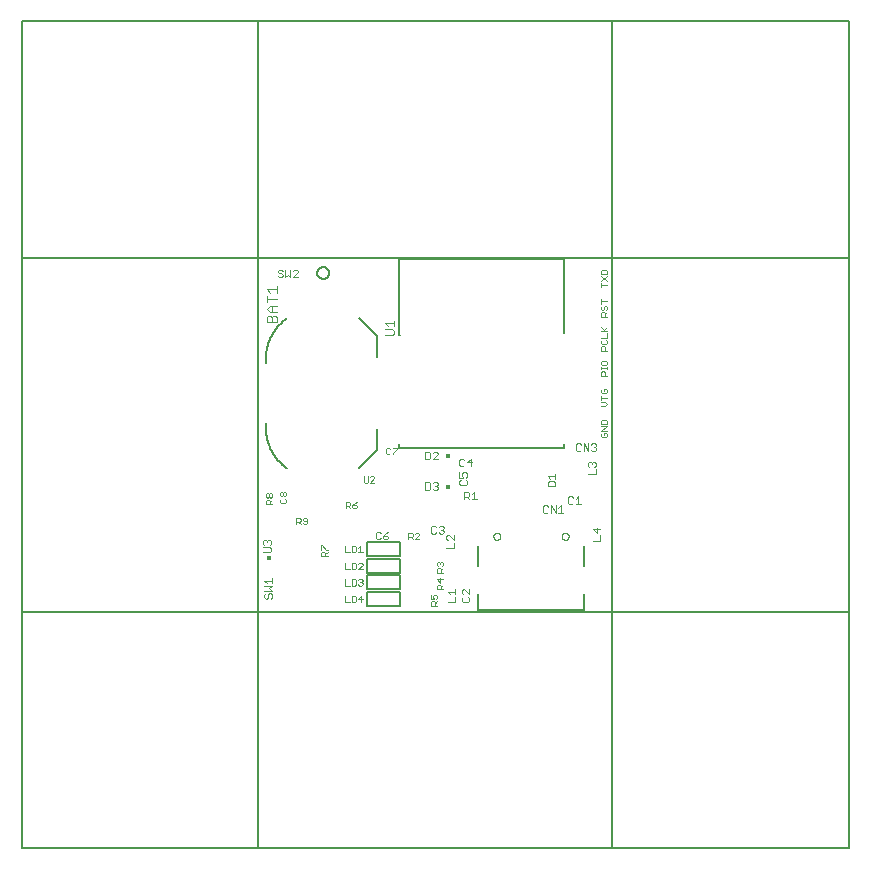
<source format=gto>
G75*
%MOIN*%
%OFA0B0*%
%FSLAX25Y25*%
%IPPOS*%
%LPD*%
%AMOC8*
5,1,8,0,0,1.08239X$1,22.5*
%
%ADD10C,0.00200*%
%ADD11C,0.00800*%
%ADD12C,0.00600*%
%ADD13C,0.00300*%
%ADD14C,0.00500*%
%ADD15R,0.01575X0.01575*%
%ADD16C,0.00000*%
D10*
X0082633Y0084571D02*
X0083059Y0084571D01*
X0083486Y0084997D01*
X0083486Y0085850D01*
X0083912Y0086276D01*
X0084338Y0086276D01*
X0084765Y0085850D01*
X0084765Y0084997D01*
X0084338Y0084571D01*
X0082633Y0084571D02*
X0082206Y0084997D01*
X0082206Y0085850D01*
X0082633Y0086276D01*
X0082206Y0087108D02*
X0084765Y0087108D01*
X0083912Y0087961D01*
X0084765Y0088814D01*
X0082206Y0088814D01*
X0083059Y0089646D02*
X0082206Y0090499D01*
X0084765Y0090499D01*
X0084765Y0091351D02*
X0084765Y0089646D01*
X0083945Y0099925D02*
X0081813Y0099925D01*
X0081813Y0101631D02*
X0083945Y0101631D01*
X0084371Y0101204D01*
X0084371Y0100352D01*
X0083945Y0099925D01*
X0083945Y0102463D02*
X0084371Y0102889D01*
X0084371Y0103742D01*
X0083945Y0104168D01*
X0083518Y0104168D01*
X0083092Y0103742D01*
X0083092Y0103315D01*
X0083092Y0103742D02*
X0082665Y0104168D01*
X0082239Y0104168D01*
X0081813Y0103742D01*
X0081813Y0102889D01*
X0082239Y0102463D01*
X0092819Y0109374D02*
X0092819Y0111538D01*
X0093901Y0111538D01*
X0094262Y0111177D01*
X0094262Y0110456D01*
X0093901Y0110095D01*
X0092819Y0110095D01*
X0093540Y0110095D02*
X0094262Y0109374D01*
X0094994Y0109735D02*
X0095355Y0109374D01*
X0096076Y0109374D01*
X0096437Y0109735D01*
X0096437Y0111177D01*
X0096076Y0111538D01*
X0095355Y0111538D01*
X0094994Y0111177D01*
X0094994Y0110817D01*
X0095355Y0110456D01*
X0096437Y0110456D01*
X0089489Y0116821D02*
X0089489Y0117543D01*
X0089128Y0117903D01*
X0089128Y0118636D02*
X0088768Y0118636D01*
X0088407Y0118996D01*
X0088407Y0119718D01*
X0088768Y0120078D01*
X0089128Y0120078D01*
X0089489Y0119718D01*
X0089489Y0118996D01*
X0089128Y0118636D01*
X0088407Y0118996D02*
X0088046Y0118636D01*
X0087686Y0118636D01*
X0087325Y0118996D01*
X0087325Y0119718D01*
X0087686Y0120078D01*
X0088046Y0120078D01*
X0088407Y0119718D01*
X0087686Y0117903D02*
X0087325Y0117543D01*
X0087325Y0116821D01*
X0087686Y0116461D01*
X0089128Y0116461D01*
X0089489Y0116821D01*
X0084765Y0117510D02*
X0084043Y0116788D01*
X0084043Y0117149D02*
X0084043Y0116067D01*
X0084765Y0116067D02*
X0082601Y0116067D01*
X0082601Y0117149D01*
X0082961Y0117510D01*
X0083683Y0117510D01*
X0084043Y0117149D01*
X0084043Y0118242D02*
X0083683Y0118603D01*
X0083683Y0119324D01*
X0084043Y0119685D01*
X0084404Y0119685D01*
X0084765Y0119324D01*
X0084765Y0118603D01*
X0084404Y0118242D01*
X0084043Y0118242D01*
X0083683Y0118603D02*
X0083322Y0118242D01*
X0082961Y0118242D01*
X0082601Y0118603D01*
X0082601Y0119324D01*
X0082961Y0119685D01*
X0083322Y0119685D01*
X0083683Y0119324D01*
X0101104Y0102362D02*
X0101465Y0102362D01*
X0102908Y0100919D01*
X0103269Y0100919D01*
X0103269Y0100187D02*
X0102547Y0099465D01*
X0102547Y0099826D02*
X0102547Y0098744D01*
X0103269Y0098744D02*
X0101104Y0098744D01*
X0101104Y0099826D01*
X0101465Y0100187D01*
X0102186Y0100187D01*
X0102547Y0099826D01*
X0101104Y0100919D02*
X0101104Y0102362D01*
X0109148Y0102089D02*
X0109148Y0099925D01*
X0110591Y0099925D01*
X0111323Y0099925D02*
X0112405Y0099925D01*
X0112766Y0100286D01*
X0112766Y0101729D01*
X0112405Y0102089D01*
X0111323Y0102089D01*
X0111323Y0099925D01*
X0113498Y0099925D02*
X0114941Y0099925D01*
X0114219Y0099925D02*
X0114219Y0102089D01*
X0113498Y0101368D01*
X0113859Y0096577D02*
X0113498Y0096217D01*
X0113859Y0096577D02*
X0114580Y0096577D01*
X0114941Y0096217D01*
X0114941Y0095856D01*
X0113498Y0094413D01*
X0114941Y0094413D01*
X0112766Y0094774D02*
X0112766Y0096217D01*
X0112405Y0096577D01*
X0111323Y0096577D01*
X0111323Y0094413D01*
X0112405Y0094413D01*
X0112766Y0094774D01*
X0110591Y0094413D02*
X0109148Y0094413D01*
X0109148Y0096577D01*
X0109148Y0091066D02*
X0109148Y0088902D01*
X0110591Y0088902D01*
X0111323Y0088902D02*
X0112405Y0088902D01*
X0112766Y0089262D01*
X0112766Y0090705D01*
X0112405Y0091066D01*
X0111323Y0091066D01*
X0111323Y0088902D01*
X0113498Y0089262D02*
X0113859Y0088902D01*
X0114580Y0088902D01*
X0114941Y0089262D01*
X0114941Y0089623D01*
X0114580Y0089984D01*
X0114219Y0089984D01*
X0114580Y0089984D02*
X0114941Y0090344D01*
X0114941Y0090705D01*
X0114580Y0091066D01*
X0113859Y0091066D01*
X0113498Y0090705D01*
X0114580Y0085554D02*
X0113498Y0084472D01*
X0114941Y0084472D01*
X0114580Y0083390D02*
X0114580Y0085554D01*
X0112766Y0085193D02*
X0112405Y0085554D01*
X0111323Y0085554D01*
X0111323Y0083390D01*
X0112405Y0083390D01*
X0112766Y0083750D01*
X0112766Y0085193D01*
X0110591Y0083390D02*
X0109148Y0083390D01*
X0109148Y0085554D01*
X0119686Y0104256D02*
X0120538Y0104256D01*
X0120965Y0104682D01*
X0121797Y0104682D02*
X0122223Y0104256D01*
X0123076Y0104256D01*
X0123502Y0104682D01*
X0123502Y0105109D01*
X0123076Y0105535D01*
X0121797Y0105535D01*
X0121797Y0104682D01*
X0121797Y0105535D02*
X0122650Y0106388D01*
X0123502Y0106814D01*
X0120965Y0106388D02*
X0120538Y0106814D01*
X0119686Y0106814D01*
X0119259Y0106388D01*
X0119259Y0104682D01*
X0119686Y0104256D01*
X0130240Y0104256D02*
X0130240Y0106420D01*
X0131322Y0106420D01*
X0131683Y0106059D01*
X0131683Y0105338D01*
X0131322Y0104977D01*
X0130240Y0104977D01*
X0130962Y0104977D02*
X0131683Y0104256D01*
X0132415Y0104256D02*
X0133858Y0105699D01*
X0133858Y0106059D01*
X0133497Y0106420D01*
X0132776Y0106420D01*
X0132415Y0106059D01*
X0132415Y0104256D02*
X0133858Y0104256D01*
X0137763Y0106651D02*
X0138190Y0106224D01*
X0139042Y0106224D01*
X0139469Y0106651D01*
X0140301Y0106651D02*
X0140727Y0106224D01*
X0141580Y0106224D01*
X0142006Y0106651D01*
X0142006Y0107077D01*
X0141580Y0107503D01*
X0141154Y0107503D01*
X0141580Y0107503D02*
X0142006Y0107930D01*
X0142006Y0108356D01*
X0141580Y0108782D01*
X0140727Y0108782D01*
X0140301Y0108356D01*
X0139469Y0108356D02*
X0139042Y0108782D01*
X0138190Y0108782D01*
X0137763Y0108356D01*
X0137763Y0106651D01*
X0142836Y0105317D02*
X0142836Y0104464D01*
X0143263Y0104038D01*
X0142836Y0105317D02*
X0143263Y0105743D01*
X0143689Y0105743D01*
X0145394Y0104038D01*
X0145394Y0105743D01*
X0145394Y0103205D02*
X0145394Y0101500D01*
X0142836Y0101500D01*
X0141491Y0096831D02*
X0141851Y0096470D01*
X0141851Y0095749D01*
X0141491Y0095388D01*
X0141851Y0094656D02*
X0141130Y0093934D01*
X0141130Y0094295D02*
X0141130Y0093213D01*
X0141851Y0093213D02*
X0139687Y0093213D01*
X0139687Y0094295D01*
X0140048Y0094656D01*
X0140769Y0094656D01*
X0141130Y0094295D01*
X0140048Y0095388D02*
X0139687Y0095749D01*
X0139687Y0096470D01*
X0140048Y0096831D01*
X0140408Y0096831D01*
X0140769Y0096470D01*
X0141130Y0096831D01*
X0141491Y0096831D01*
X0140769Y0096470D02*
X0140769Y0096109D01*
X0140769Y0091319D02*
X0140769Y0089876D01*
X0139687Y0090958D01*
X0141851Y0090958D01*
X0141851Y0089144D02*
X0141130Y0088422D01*
X0141130Y0088783D02*
X0141130Y0087701D01*
X0141851Y0087701D02*
X0139687Y0087701D01*
X0139687Y0088783D01*
X0140048Y0089144D01*
X0140769Y0089144D01*
X0141130Y0088783D01*
X0143255Y0086860D02*
X0144107Y0086007D01*
X0143255Y0086860D02*
X0145813Y0086860D01*
X0145813Y0086007D02*
X0145813Y0087713D01*
X0147955Y0087249D02*
X0147955Y0086397D01*
X0148381Y0085970D01*
X0148381Y0085138D02*
X0147955Y0084712D01*
X0147955Y0083859D01*
X0148381Y0083433D01*
X0150086Y0083433D01*
X0150513Y0083859D01*
X0150513Y0084712D01*
X0150086Y0085138D01*
X0150513Y0085970D02*
X0148807Y0087676D01*
X0148381Y0087676D01*
X0147955Y0087249D01*
X0150513Y0087676D02*
X0150513Y0085970D01*
X0145813Y0085175D02*
X0145813Y0083470D01*
X0143255Y0083470D01*
X0139883Y0083632D02*
X0139161Y0082911D01*
X0139161Y0083271D02*
X0139161Y0082189D01*
X0139883Y0082189D02*
X0137719Y0082189D01*
X0137719Y0083271D01*
X0138079Y0083632D01*
X0138801Y0083632D01*
X0139161Y0083271D01*
X0138801Y0084364D02*
X0138440Y0085086D01*
X0138440Y0085446D01*
X0138801Y0085807D01*
X0139522Y0085807D01*
X0139883Y0085446D01*
X0139883Y0084725D01*
X0139522Y0084364D01*
X0138801Y0084364D02*
X0137719Y0084364D01*
X0137719Y0085807D01*
X0112631Y0114689D02*
X0112992Y0115050D01*
X0112992Y0115410D01*
X0112631Y0115771D01*
X0111549Y0115771D01*
X0111549Y0115050D01*
X0111910Y0114689D01*
X0112631Y0114689D01*
X0111549Y0115771D02*
X0112270Y0116492D01*
X0112992Y0116853D01*
X0110817Y0116492D02*
X0110817Y0115771D01*
X0110456Y0115410D01*
X0109374Y0115410D01*
X0109374Y0114689D02*
X0109374Y0116853D01*
X0110456Y0116853D01*
X0110817Y0116492D01*
X0110095Y0115410D02*
X0110817Y0114689D01*
X0115621Y0123154D02*
X0116342Y0123154D01*
X0116703Y0123514D01*
X0116703Y0125318D01*
X0117435Y0124957D02*
X0117796Y0125318D01*
X0118517Y0125318D01*
X0118878Y0124957D01*
X0118878Y0124596D01*
X0117435Y0123154D01*
X0118878Y0123154D01*
X0115621Y0123154D02*
X0115260Y0123514D01*
X0115260Y0125318D01*
X0122760Y0132963D02*
X0122760Y0134406D01*
X0123121Y0134766D01*
X0123842Y0134766D01*
X0124203Y0134406D01*
X0124935Y0134766D02*
X0126378Y0134766D01*
X0126378Y0134406D01*
X0124935Y0132963D01*
X0124935Y0132602D01*
X0124203Y0132963D02*
X0123842Y0132602D01*
X0123121Y0132602D01*
X0122760Y0132963D01*
X0135752Y0133586D02*
X0137031Y0133586D01*
X0137457Y0133159D01*
X0137457Y0131454D01*
X0137031Y0131028D01*
X0135752Y0131028D01*
X0135752Y0133586D01*
X0138290Y0133159D02*
X0138716Y0133586D01*
X0139569Y0133586D01*
X0139995Y0133159D01*
X0139995Y0132733D01*
X0138290Y0131028D01*
X0139995Y0131028D01*
X0147212Y0130797D02*
X0147212Y0129092D01*
X0147639Y0128665D01*
X0148491Y0128665D01*
X0148918Y0129092D01*
X0149750Y0129944D02*
X0151455Y0129944D01*
X0151029Y0128665D02*
X0151029Y0131223D01*
X0149750Y0129944D01*
X0148918Y0130797D02*
X0148491Y0131223D01*
X0147639Y0131223D01*
X0147212Y0130797D01*
X0147167Y0126609D02*
X0147167Y0124904D01*
X0148446Y0124904D01*
X0148020Y0125756D01*
X0148020Y0126183D01*
X0148446Y0126609D01*
X0149299Y0126609D01*
X0149725Y0126183D01*
X0149725Y0125330D01*
X0149299Y0124904D01*
X0149299Y0124072D02*
X0149725Y0123645D01*
X0149725Y0122792D01*
X0149299Y0122366D01*
X0147593Y0122366D01*
X0147167Y0122792D01*
X0147167Y0123645D01*
X0147593Y0124072D01*
X0148787Y0120200D02*
X0150066Y0120200D01*
X0150492Y0119773D01*
X0150492Y0118921D01*
X0150066Y0118494D01*
X0148787Y0118494D01*
X0148787Y0117642D02*
X0148787Y0120200D01*
X0149640Y0118494D02*
X0150492Y0117642D01*
X0151325Y0117642D02*
X0153030Y0117642D01*
X0152177Y0117642D02*
X0152177Y0120200D01*
X0151325Y0119347D01*
X0139995Y0121218D02*
X0139569Y0120791D01*
X0138716Y0120791D01*
X0138290Y0121218D01*
X0137457Y0121218D02*
X0137457Y0122923D01*
X0137031Y0123349D01*
X0135752Y0123349D01*
X0135752Y0120791D01*
X0137031Y0120791D01*
X0137457Y0121218D01*
X0139142Y0122070D02*
X0139569Y0122070D01*
X0139995Y0121644D01*
X0139995Y0121218D01*
X0139569Y0122070D02*
X0139995Y0122497D01*
X0139995Y0122923D01*
X0139569Y0123349D01*
X0138716Y0123349D01*
X0138290Y0122923D01*
X0175122Y0115246D02*
X0175122Y0113541D01*
X0175548Y0113114D01*
X0176401Y0113114D01*
X0176827Y0113541D01*
X0177660Y0113114D02*
X0177660Y0115672D01*
X0179365Y0113114D01*
X0179365Y0115672D01*
X0180197Y0114820D02*
X0181050Y0115672D01*
X0181050Y0113114D01*
X0180197Y0113114D02*
X0181903Y0113114D01*
X0183859Y0116067D02*
X0183433Y0116493D01*
X0183433Y0118199D01*
X0183859Y0118625D01*
X0184712Y0118625D01*
X0185138Y0118199D01*
X0185970Y0117772D02*
X0186823Y0118625D01*
X0186823Y0116067D01*
X0185970Y0116067D02*
X0187676Y0116067D01*
X0185138Y0116493D02*
X0184712Y0116067D01*
X0183859Y0116067D01*
X0179253Y0121972D02*
X0179253Y0123251D01*
X0178826Y0123678D01*
X0177121Y0123678D01*
X0176695Y0123251D01*
X0176695Y0121972D01*
X0179253Y0121972D01*
X0179253Y0124510D02*
X0179253Y0126215D01*
X0179253Y0125363D02*
X0176695Y0125363D01*
X0177547Y0124510D01*
X0176401Y0115672D02*
X0175548Y0115672D01*
X0175122Y0115246D01*
X0176401Y0115672D02*
X0176827Y0115246D01*
X0191680Y0107716D02*
X0192959Y0106437D01*
X0192959Y0108142D01*
X0194238Y0107716D02*
X0191680Y0107716D01*
X0194238Y0105605D02*
X0194238Y0103899D01*
X0191680Y0103899D01*
X0192663Y0125946D02*
X0190105Y0125946D01*
X0192663Y0125946D02*
X0192663Y0127652D01*
X0192237Y0128484D02*
X0192663Y0128910D01*
X0192663Y0129763D01*
X0192237Y0130189D01*
X0191810Y0130189D01*
X0191384Y0129763D01*
X0191384Y0129337D01*
X0191384Y0129763D02*
X0190958Y0130189D01*
X0190531Y0130189D01*
X0190105Y0129763D01*
X0190105Y0128910D01*
X0190531Y0128484D01*
X0194772Y0138395D02*
X0196215Y0138395D01*
X0196576Y0138756D01*
X0196576Y0139477D01*
X0196215Y0139838D01*
X0195494Y0139838D01*
X0195494Y0139116D01*
X0194772Y0138395D02*
X0194412Y0138756D01*
X0194412Y0139477D01*
X0194772Y0139838D01*
X0194412Y0140570D02*
X0196576Y0142013D01*
X0194412Y0142013D01*
X0194412Y0142745D02*
X0194412Y0143827D01*
X0194772Y0144188D01*
X0196215Y0144188D01*
X0196576Y0143827D01*
X0196576Y0142745D01*
X0194412Y0142745D01*
X0194412Y0140570D02*
X0196576Y0140570D01*
X0195854Y0148631D02*
X0194412Y0148631D01*
X0195854Y0148631D02*
X0196576Y0149352D01*
X0195854Y0150074D01*
X0194412Y0150074D01*
X0194412Y0150806D02*
X0194412Y0152249D01*
X0194412Y0151527D02*
X0196576Y0151527D01*
X0196215Y0152981D02*
X0196576Y0153342D01*
X0196576Y0154063D01*
X0196215Y0154424D01*
X0195494Y0154424D01*
X0195494Y0153703D01*
X0196215Y0152981D02*
X0194772Y0152981D01*
X0194412Y0153342D01*
X0194412Y0154063D01*
X0194772Y0154424D01*
X0194412Y0158836D02*
X0194412Y0159918D01*
X0194772Y0160279D01*
X0195494Y0160279D01*
X0195854Y0159918D01*
X0195854Y0158836D01*
X0196576Y0158836D02*
X0194412Y0158836D01*
X0194412Y0161011D02*
X0194412Y0161733D01*
X0194412Y0161372D02*
X0196576Y0161372D01*
X0196576Y0161011D02*
X0196576Y0161733D01*
X0196215Y0162461D02*
X0196576Y0162822D01*
X0196576Y0163543D01*
X0196215Y0163904D01*
X0194772Y0163904D01*
X0194412Y0163543D01*
X0194412Y0162822D01*
X0194772Y0162461D01*
X0196215Y0162461D01*
X0196576Y0167229D02*
X0194412Y0167229D01*
X0194412Y0168311D01*
X0194772Y0168671D01*
X0195494Y0168671D01*
X0195854Y0168311D01*
X0195854Y0167229D01*
X0196215Y0169404D02*
X0196576Y0169764D01*
X0196576Y0170486D01*
X0196215Y0170846D01*
X0196576Y0171579D02*
X0196576Y0173021D01*
X0196576Y0173754D02*
X0194412Y0173754D01*
X0195494Y0174114D02*
X0196576Y0175197D01*
X0195854Y0173754D02*
X0194412Y0175197D01*
X0194412Y0171579D02*
X0196576Y0171579D01*
X0194772Y0170846D02*
X0194412Y0170486D01*
X0194412Y0169764D01*
X0194772Y0169404D01*
X0196215Y0169404D01*
X0196576Y0178552D02*
X0194412Y0178552D01*
X0194412Y0179634D01*
X0194772Y0179995D01*
X0195494Y0179995D01*
X0195854Y0179634D01*
X0195854Y0178552D01*
X0195854Y0179274D02*
X0196576Y0179995D01*
X0196215Y0180727D02*
X0196576Y0181088D01*
X0196576Y0181809D01*
X0196215Y0182170D01*
X0195854Y0182170D01*
X0195494Y0181809D01*
X0195494Y0181088D01*
X0195133Y0180727D01*
X0194772Y0180727D01*
X0194412Y0181088D01*
X0194412Y0181809D01*
X0194772Y0182170D01*
X0194412Y0182902D02*
X0194412Y0184345D01*
X0194412Y0183624D02*
X0196576Y0183624D01*
X0194412Y0188395D02*
X0194412Y0189838D01*
X0194412Y0189116D02*
X0196576Y0189116D01*
X0196576Y0190570D02*
X0194412Y0192013D01*
X0194412Y0192745D02*
X0194412Y0193827D01*
X0194772Y0194188D01*
X0196215Y0194188D01*
X0196576Y0193827D01*
X0196576Y0192745D01*
X0194412Y0192745D01*
X0194412Y0190570D02*
X0196576Y0192013D01*
D11*
X0080140Y0001400D02*
X0001400Y0001400D01*
X0001400Y0080140D01*
X0276991Y0080140D01*
X0276991Y0001400D01*
X0198250Y0001400D01*
X0198250Y0276991D01*
X0276991Y0276991D01*
X0276991Y0198250D01*
X0001400Y0198250D01*
X0001400Y0276991D01*
X0080140Y0276991D01*
X0080140Y0001400D01*
X0198250Y0001400D01*
X0276991Y0080140D02*
X0276991Y0198250D01*
X0198250Y0276991D02*
X0080140Y0276991D01*
X0001400Y0198250D02*
X0001400Y0080140D01*
D12*
X0126991Y0134865D02*
X0182109Y0134865D01*
X0182109Y0136046D01*
X0182109Y0173054D02*
X0182109Y0197857D01*
X0126991Y0197857D01*
X0126991Y0172565D01*
X0127391Y0172565D01*
X0126991Y0136046D02*
X0126991Y0134865D01*
D13*
X0124790Y0172416D02*
X0122414Y0172416D01*
X0122414Y0174317D02*
X0124790Y0174317D01*
X0125266Y0173842D01*
X0125266Y0172891D01*
X0124790Y0172416D01*
X0125266Y0175316D02*
X0125266Y0177218D01*
X0125266Y0176267D02*
X0122414Y0176267D01*
X0123364Y0175316D01*
X0093365Y0191744D02*
X0091726Y0191744D01*
X0093365Y0193383D01*
X0093365Y0193793D01*
X0092955Y0194202D01*
X0092136Y0194202D01*
X0091726Y0193793D01*
X0090828Y0194202D02*
X0090828Y0191744D01*
X0090008Y0192564D01*
X0089189Y0191744D01*
X0089189Y0194202D01*
X0088290Y0193793D02*
X0087880Y0194202D01*
X0087061Y0194202D01*
X0086651Y0193793D01*
X0086651Y0193383D01*
X0087061Y0192973D01*
X0087880Y0192973D01*
X0088290Y0192564D01*
X0088290Y0192154D01*
X0087880Y0191744D01*
X0087061Y0191744D01*
X0086651Y0192154D01*
X0086289Y0188699D02*
X0086289Y0186535D01*
X0086289Y0187617D02*
X0083043Y0187617D01*
X0084125Y0186535D01*
X0083043Y0185436D02*
X0083043Y0183272D01*
X0083043Y0184354D02*
X0086289Y0184354D01*
X0086289Y0182174D02*
X0084125Y0182174D01*
X0083043Y0181091D01*
X0084125Y0180009D01*
X0086289Y0180009D01*
X0085748Y0178911D02*
X0086289Y0178370D01*
X0086289Y0176747D01*
X0083043Y0176747D01*
X0083043Y0178370D01*
X0083584Y0178911D01*
X0084125Y0178911D01*
X0084666Y0178370D01*
X0084666Y0176747D01*
X0084666Y0178370D02*
X0085207Y0178911D01*
X0085748Y0178911D01*
X0084666Y0180009D02*
X0084666Y0182174D01*
X0186063Y0135882D02*
X0186063Y0134243D01*
X0186473Y0133833D01*
X0187292Y0133833D01*
X0187702Y0134243D01*
X0188601Y0133833D02*
X0188601Y0136291D01*
X0190239Y0133833D01*
X0190239Y0136291D01*
X0191138Y0135882D02*
X0191548Y0136291D01*
X0192367Y0136291D01*
X0192777Y0135882D01*
X0192777Y0135472D01*
X0192367Y0135062D01*
X0192777Y0134653D01*
X0192777Y0134243D01*
X0192367Y0133833D01*
X0191548Y0133833D01*
X0191138Y0134243D01*
X0191958Y0135062D02*
X0192367Y0135062D01*
X0187702Y0135882D02*
X0187292Y0136291D01*
X0186473Y0136291D01*
X0186063Y0135882D01*
D14*
X0188683Y0102187D02*
X0188683Y0095494D01*
X0188683Y0086046D02*
X0188683Y0080613D01*
X0153487Y0080613D01*
X0153487Y0086046D01*
X0153487Y0095494D02*
X0153487Y0102187D01*
X0127384Y0103369D02*
X0127384Y0098644D01*
X0116361Y0098644D01*
X0116361Y0103369D01*
X0127384Y0103369D01*
X0127384Y0097857D02*
X0127384Y0093132D01*
X0116361Y0093132D01*
X0116361Y0097857D01*
X0127384Y0097857D01*
X0127384Y0092345D02*
X0127384Y0087620D01*
X0116361Y0087620D01*
X0116361Y0092345D01*
X0127384Y0092345D01*
X0127384Y0086833D02*
X0127384Y0082109D01*
X0116361Y0082109D01*
X0116361Y0086833D01*
X0127384Y0086833D01*
X0113794Y0127975D02*
X0119794Y0133975D01*
X0119794Y0140975D01*
X0089794Y0127974D02*
X0089471Y0128201D01*
X0089154Y0128436D01*
X0088842Y0128678D01*
X0088537Y0128928D01*
X0088237Y0129185D01*
X0087944Y0129449D01*
X0087657Y0129721D01*
X0087377Y0129999D01*
X0087104Y0130284D01*
X0086838Y0130575D01*
X0086579Y0130873D01*
X0086328Y0131177D01*
X0086083Y0131487D01*
X0085847Y0131803D01*
X0085618Y0132125D01*
X0085397Y0132452D01*
X0085184Y0132784D01*
X0084979Y0133121D01*
X0084782Y0133464D01*
X0084594Y0133810D01*
X0084414Y0134162D01*
X0084243Y0134517D01*
X0084080Y0134877D01*
X0083927Y0135240D01*
X0083782Y0135608D01*
X0083646Y0135978D01*
X0083519Y0136352D01*
X0083401Y0136729D01*
X0083292Y0137108D01*
X0083193Y0137490D01*
X0083103Y0137874D01*
X0083022Y0138261D01*
X0082951Y0138649D01*
X0082889Y0139038D01*
X0082836Y0139430D01*
X0082793Y0139822D01*
X0082760Y0140215D01*
X0082736Y0140609D01*
X0082722Y0141004D01*
X0082717Y0141398D01*
X0082722Y0141793D01*
X0082736Y0142187D01*
X0082760Y0142581D01*
X0082794Y0142975D01*
X0082794Y0162974D02*
X0082760Y0163368D01*
X0082736Y0163762D01*
X0082722Y0164156D01*
X0082717Y0164551D01*
X0082722Y0164945D01*
X0082736Y0165340D01*
X0082760Y0165734D01*
X0082793Y0166127D01*
X0082836Y0166519D01*
X0082889Y0166911D01*
X0082951Y0167300D01*
X0083022Y0167688D01*
X0083103Y0168075D01*
X0083193Y0168459D01*
X0083292Y0168841D01*
X0083401Y0169220D01*
X0083519Y0169597D01*
X0083646Y0169971D01*
X0083782Y0170341D01*
X0083927Y0170709D01*
X0084080Y0171072D01*
X0084243Y0171432D01*
X0084414Y0171787D01*
X0084594Y0172139D01*
X0084782Y0172485D01*
X0084979Y0172828D01*
X0085184Y0173165D01*
X0085397Y0173497D01*
X0085618Y0173824D01*
X0085847Y0174146D01*
X0086083Y0174462D01*
X0086328Y0174772D01*
X0086579Y0175076D01*
X0086838Y0175374D01*
X0087104Y0175665D01*
X0087377Y0175950D01*
X0087657Y0176228D01*
X0087944Y0176500D01*
X0088237Y0176764D01*
X0088537Y0177021D01*
X0088842Y0177271D01*
X0089154Y0177513D01*
X0089471Y0177748D01*
X0089794Y0177975D01*
X0099825Y0193132D02*
X0099827Y0193220D01*
X0099833Y0193308D01*
X0099843Y0193396D01*
X0099857Y0193484D01*
X0099874Y0193570D01*
X0099896Y0193656D01*
X0099921Y0193740D01*
X0099951Y0193824D01*
X0099983Y0193906D01*
X0100020Y0193986D01*
X0100060Y0194065D01*
X0100104Y0194142D01*
X0100151Y0194217D01*
X0100201Y0194289D01*
X0100255Y0194360D01*
X0100311Y0194427D01*
X0100371Y0194493D01*
X0100433Y0194555D01*
X0100499Y0194615D01*
X0100566Y0194671D01*
X0100637Y0194725D01*
X0100709Y0194775D01*
X0100784Y0194822D01*
X0100861Y0194866D01*
X0100940Y0194906D01*
X0101020Y0194943D01*
X0101102Y0194975D01*
X0101186Y0195005D01*
X0101270Y0195030D01*
X0101356Y0195052D01*
X0101442Y0195069D01*
X0101530Y0195083D01*
X0101618Y0195093D01*
X0101706Y0195099D01*
X0101794Y0195101D01*
X0101882Y0195099D01*
X0101970Y0195093D01*
X0102058Y0195083D01*
X0102146Y0195069D01*
X0102232Y0195052D01*
X0102318Y0195030D01*
X0102402Y0195005D01*
X0102486Y0194975D01*
X0102568Y0194943D01*
X0102648Y0194906D01*
X0102727Y0194866D01*
X0102804Y0194822D01*
X0102879Y0194775D01*
X0102951Y0194725D01*
X0103022Y0194671D01*
X0103089Y0194615D01*
X0103155Y0194555D01*
X0103217Y0194493D01*
X0103277Y0194427D01*
X0103333Y0194360D01*
X0103387Y0194289D01*
X0103437Y0194217D01*
X0103484Y0194142D01*
X0103528Y0194065D01*
X0103568Y0193986D01*
X0103605Y0193906D01*
X0103637Y0193824D01*
X0103667Y0193740D01*
X0103692Y0193656D01*
X0103714Y0193570D01*
X0103731Y0193484D01*
X0103745Y0193396D01*
X0103755Y0193308D01*
X0103761Y0193220D01*
X0103763Y0193132D01*
X0103761Y0193044D01*
X0103755Y0192956D01*
X0103745Y0192868D01*
X0103731Y0192780D01*
X0103714Y0192694D01*
X0103692Y0192608D01*
X0103667Y0192524D01*
X0103637Y0192440D01*
X0103605Y0192358D01*
X0103568Y0192278D01*
X0103528Y0192199D01*
X0103484Y0192122D01*
X0103437Y0192047D01*
X0103387Y0191975D01*
X0103333Y0191904D01*
X0103277Y0191837D01*
X0103217Y0191771D01*
X0103155Y0191709D01*
X0103089Y0191649D01*
X0103022Y0191593D01*
X0102951Y0191539D01*
X0102879Y0191489D01*
X0102804Y0191442D01*
X0102727Y0191398D01*
X0102648Y0191358D01*
X0102568Y0191321D01*
X0102486Y0191289D01*
X0102402Y0191259D01*
X0102318Y0191234D01*
X0102232Y0191212D01*
X0102146Y0191195D01*
X0102058Y0191181D01*
X0101970Y0191171D01*
X0101882Y0191165D01*
X0101794Y0191163D01*
X0101706Y0191165D01*
X0101618Y0191171D01*
X0101530Y0191181D01*
X0101442Y0191195D01*
X0101356Y0191212D01*
X0101270Y0191234D01*
X0101186Y0191259D01*
X0101102Y0191289D01*
X0101020Y0191321D01*
X0100940Y0191358D01*
X0100861Y0191398D01*
X0100784Y0191442D01*
X0100709Y0191489D01*
X0100637Y0191539D01*
X0100566Y0191593D01*
X0100499Y0191649D01*
X0100433Y0191709D01*
X0100371Y0191771D01*
X0100311Y0191837D01*
X0100255Y0191904D01*
X0100201Y0191975D01*
X0100151Y0192047D01*
X0100104Y0192122D01*
X0100060Y0192199D01*
X0100020Y0192278D01*
X0099983Y0192358D01*
X0099951Y0192440D01*
X0099921Y0192524D01*
X0099896Y0192608D01*
X0099874Y0192694D01*
X0099857Y0192780D01*
X0099843Y0192868D01*
X0099833Y0192956D01*
X0099827Y0193044D01*
X0099825Y0193132D01*
X0113794Y0177975D02*
X0119794Y0171975D01*
X0119794Y0164975D01*
D15*
X0143526Y0132109D03*
X0143526Y0121872D03*
X0083880Y0098250D03*
D16*
X0158526Y0105337D02*
X0158528Y0105406D01*
X0158534Y0105474D01*
X0158544Y0105542D01*
X0158558Y0105609D01*
X0158576Y0105676D01*
X0158597Y0105741D01*
X0158623Y0105805D01*
X0158652Y0105867D01*
X0158684Y0105927D01*
X0158720Y0105986D01*
X0158760Y0106042D01*
X0158802Y0106096D01*
X0158848Y0106147D01*
X0158897Y0106196D01*
X0158948Y0106242D01*
X0159002Y0106284D01*
X0159058Y0106324D01*
X0159116Y0106360D01*
X0159177Y0106392D01*
X0159239Y0106421D01*
X0159303Y0106447D01*
X0159368Y0106468D01*
X0159435Y0106486D01*
X0159502Y0106500D01*
X0159570Y0106510D01*
X0159638Y0106516D01*
X0159707Y0106518D01*
X0159776Y0106516D01*
X0159844Y0106510D01*
X0159912Y0106500D01*
X0159979Y0106486D01*
X0160046Y0106468D01*
X0160111Y0106447D01*
X0160175Y0106421D01*
X0160237Y0106392D01*
X0160297Y0106360D01*
X0160356Y0106324D01*
X0160412Y0106284D01*
X0160466Y0106242D01*
X0160517Y0106196D01*
X0160566Y0106147D01*
X0160612Y0106096D01*
X0160654Y0106042D01*
X0160694Y0105986D01*
X0160730Y0105927D01*
X0160762Y0105867D01*
X0160791Y0105805D01*
X0160817Y0105741D01*
X0160838Y0105676D01*
X0160856Y0105609D01*
X0160870Y0105542D01*
X0160880Y0105474D01*
X0160886Y0105406D01*
X0160888Y0105337D01*
X0160886Y0105268D01*
X0160880Y0105200D01*
X0160870Y0105132D01*
X0160856Y0105065D01*
X0160838Y0104998D01*
X0160817Y0104933D01*
X0160791Y0104869D01*
X0160762Y0104807D01*
X0160730Y0104746D01*
X0160694Y0104688D01*
X0160654Y0104632D01*
X0160612Y0104578D01*
X0160566Y0104527D01*
X0160517Y0104478D01*
X0160466Y0104432D01*
X0160412Y0104390D01*
X0160356Y0104350D01*
X0160298Y0104314D01*
X0160237Y0104282D01*
X0160175Y0104253D01*
X0160111Y0104227D01*
X0160046Y0104206D01*
X0159979Y0104188D01*
X0159912Y0104174D01*
X0159844Y0104164D01*
X0159776Y0104158D01*
X0159707Y0104156D01*
X0159638Y0104158D01*
X0159570Y0104164D01*
X0159502Y0104174D01*
X0159435Y0104188D01*
X0159368Y0104206D01*
X0159303Y0104227D01*
X0159239Y0104253D01*
X0159177Y0104282D01*
X0159116Y0104314D01*
X0159058Y0104350D01*
X0159002Y0104390D01*
X0158948Y0104432D01*
X0158897Y0104478D01*
X0158848Y0104527D01*
X0158802Y0104578D01*
X0158760Y0104632D01*
X0158720Y0104688D01*
X0158684Y0104746D01*
X0158652Y0104807D01*
X0158623Y0104869D01*
X0158597Y0104933D01*
X0158576Y0104998D01*
X0158558Y0105065D01*
X0158544Y0105132D01*
X0158534Y0105200D01*
X0158528Y0105268D01*
X0158526Y0105337D01*
X0181282Y0105337D02*
X0181284Y0105406D01*
X0181290Y0105474D01*
X0181300Y0105542D01*
X0181314Y0105609D01*
X0181332Y0105676D01*
X0181353Y0105741D01*
X0181379Y0105805D01*
X0181408Y0105867D01*
X0181440Y0105927D01*
X0181476Y0105986D01*
X0181516Y0106042D01*
X0181558Y0106096D01*
X0181604Y0106147D01*
X0181653Y0106196D01*
X0181704Y0106242D01*
X0181758Y0106284D01*
X0181814Y0106324D01*
X0181872Y0106360D01*
X0181933Y0106392D01*
X0181995Y0106421D01*
X0182059Y0106447D01*
X0182124Y0106468D01*
X0182191Y0106486D01*
X0182258Y0106500D01*
X0182326Y0106510D01*
X0182394Y0106516D01*
X0182463Y0106518D01*
X0182532Y0106516D01*
X0182600Y0106510D01*
X0182668Y0106500D01*
X0182735Y0106486D01*
X0182802Y0106468D01*
X0182867Y0106447D01*
X0182931Y0106421D01*
X0182993Y0106392D01*
X0183053Y0106360D01*
X0183112Y0106324D01*
X0183168Y0106284D01*
X0183222Y0106242D01*
X0183273Y0106196D01*
X0183322Y0106147D01*
X0183368Y0106096D01*
X0183410Y0106042D01*
X0183450Y0105986D01*
X0183486Y0105927D01*
X0183518Y0105867D01*
X0183547Y0105805D01*
X0183573Y0105741D01*
X0183594Y0105676D01*
X0183612Y0105609D01*
X0183626Y0105542D01*
X0183636Y0105474D01*
X0183642Y0105406D01*
X0183644Y0105337D01*
X0183642Y0105268D01*
X0183636Y0105200D01*
X0183626Y0105132D01*
X0183612Y0105065D01*
X0183594Y0104998D01*
X0183573Y0104933D01*
X0183547Y0104869D01*
X0183518Y0104807D01*
X0183486Y0104746D01*
X0183450Y0104688D01*
X0183410Y0104632D01*
X0183368Y0104578D01*
X0183322Y0104527D01*
X0183273Y0104478D01*
X0183222Y0104432D01*
X0183168Y0104390D01*
X0183112Y0104350D01*
X0183054Y0104314D01*
X0182993Y0104282D01*
X0182931Y0104253D01*
X0182867Y0104227D01*
X0182802Y0104206D01*
X0182735Y0104188D01*
X0182668Y0104174D01*
X0182600Y0104164D01*
X0182532Y0104158D01*
X0182463Y0104156D01*
X0182394Y0104158D01*
X0182326Y0104164D01*
X0182258Y0104174D01*
X0182191Y0104188D01*
X0182124Y0104206D01*
X0182059Y0104227D01*
X0181995Y0104253D01*
X0181933Y0104282D01*
X0181872Y0104314D01*
X0181814Y0104350D01*
X0181758Y0104390D01*
X0181704Y0104432D01*
X0181653Y0104478D01*
X0181604Y0104527D01*
X0181558Y0104578D01*
X0181516Y0104632D01*
X0181476Y0104688D01*
X0181440Y0104746D01*
X0181408Y0104807D01*
X0181379Y0104869D01*
X0181353Y0104933D01*
X0181332Y0104998D01*
X0181314Y0105065D01*
X0181300Y0105132D01*
X0181290Y0105200D01*
X0181284Y0105268D01*
X0181282Y0105337D01*
M02*

</source>
